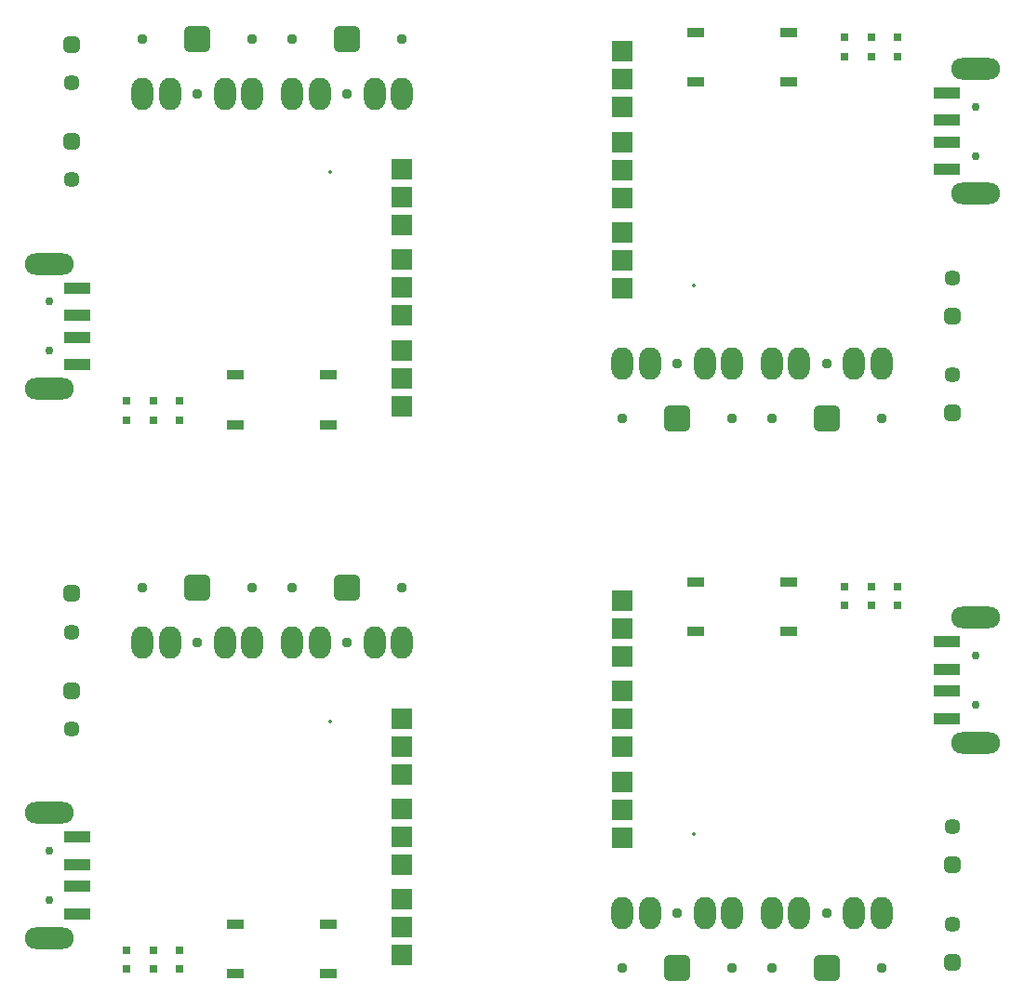
<source format=gts>
%FSLAX25Y25*%
%MOIN*%
G70*
G01*
G75*
G04 Layer_Color=8388736*
%ADD10R,0.03150X0.03150*%
%ADD11R,0.06299X0.03937*%
%ADD12R,0.09843X0.04331*%
%ADD13C,0.04000*%
%ADD14C,0.02000*%
%ADD15C,0.01575*%
G04:AMPARAMS|DCode=16|XSize=59.06mil|YSize=59.06mil|CornerRadius=14.76mil|HoleSize=0mil|Usage=FLASHONLY|Rotation=270.000|XOffset=0mil|YOffset=0mil|HoleType=Round|Shape=RoundedRectangle|*
%AMROUNDEDRECTD16*
21,1,0.05906,0.02953,0,0,270.0*
21,1,0.02953,0.05906,0,0,270.0*
1,1,0.02953,-0.01476,-0.01476*
1,1,0.02953,-0.01476,0.01476*
1,1,0.02953,0.01476,0.01476*
1,1,0.02953,0.01476,-0.01476*
%
%ADD16ROUNDEDRECTD16*%
%ADD17C,0.05906*%
%ADD18C,0.03937*%
G04:AMPARAMS|DCode=19|XSize=98.43mil|YSize=98.43mil|CornerRadius=24.61mil|HoleSize=0mil|Usage=FLASHONLY|Rotation=270.000|XOffset=0mil|YOffset=0mil|HoleType=Round|Shape=RoundedRectangle|*
%AMROUNDEDRECTD19*
21,1,0.09843,0.04921,0,0,270.0*
21,1,0.04921,0.09843,0,0,270.0*
1,1,0.04921,-0.02461,-0.02461*
1,1,0.04921,-0.02461,0.02461*
1,1,0.04921,0.02461,0.02461*
1,1,0.04921,0.02461,-0.02461*
%
%ADD19ROUNDEDRECTD19*%
%ADD20O,0.08000X0.11811*%
%ADD21R,0.07500X0.07500*%
%ADD22O,0.17716X0.07874*%
%ADD23C,0.03150*%
%ADD24C,0.02400*%
%ADD25C,0.01201*%
%ADD26O,0.02165X0.05118*%
G04:AMPARAMS|DCode=27|XSize=31.5mil|YSize=51.18mil|CornerRadius=7.87mil|HoleSize=0mil|Usage=FLASHONLY|Rotation=270.000|XOffset=0mil|YOffset=0mil|HoleType=Round|Shape=RoundedRectangle|*
%AMROUNDEDRECTD27*
21,1,0.03150,0.03543,0,0,270.0*
21,1,0.01575,0.05118,0,0,270.0*
1,1,0.01575,-0.01772,-0.00787*
1,1,0.01575,-0.01772,0.00787*
1,1,0.01575,0.01772,0.00787*
1,1,0.01575,0.01772,-0.00787*
%
%ADD27ROUNDEDRECTD27*%
G04:AMPARAMS|DCode=28|XSize=31.5mil|YSize=51.18mil|CornerRadius=7.87mil|HoleSize=0mil|Usage=FLASHONLY|Rotation=180.000|XOffset=0mil|YOffset=0mil|HoleType=Round|Shape=RoundedRectangle|*
%AMROUNDEDRECTD28*
21,1,0.03150,0.03543,0,0,180.0*
21,1,0.01575,0.05118,0,0,180.0*
1,1,0.01575,-0.00787,0.01772*
1,1,0.01575,0.00787,0.01772*
1,1,0.01575,0.00787,-0.01772*
1,1,0.01575,-0.00787,-0.01772*
%
%ADD28ROUNDEDRECTD28*%
%ADD29O,0.05118X0.02165*%
%ADD30C,0.01201*%
%ADD31C,0.00394*%
%ADD32R,0.03543X0.03937*%
%ADD33R,0.03937X0.03543*%
G04:AMPARAMS|DCode=34|XSize=23.62mil|YSize=39.37mil|CornerRadius=2.95mil|HoleSize=0mil|Usage=FLASHONLY|Rotation=0.000|XOffset=0mil|YOffset=0mil|HoleType=Round|Shape=RoundedRectangle|*
%AMROUNDEDRECTD34*
21,1,0.02362,0.03347,0,0,0.0*
21,1,0.01772,0.03937,0,0,0.0*
1,1,0.00591,0.00886,-0.01673*
1,1,0.00591,-0.00886,-0.01673*
1,1,0.00591,-0.00886,0.01673*
1,1,0.00591,0.00886,0.01673*
%
%ADD34ROUNDEDRECTD34*%
%ADD35R,0.07874X0.09449*%
%ADD36C,0.02306*%
%ADD37C,0.01153*%
%ADD38C,0.01000*%
%ADD39C,0.00500*%
%ADD40C,0.00029*%
%ADD41C,0.00710*%
%ADD42C,0.00787*%
%ADD43C,0.00152*%
%ADD44C,0.00089*%
%ADD45R,0.02950X0.02950*%
%ADD46R,0.06099X0.03737*%
%ADD47R,0.09643X0.04131*%
%ADD48C,0.01375*%
G04:AMPARAMS|DCode=49|XSize=57.06mil|YSize=57.06mil|CornerRadius=13.76mil|HoleSize=0mil|Usage=FLASHONLY|Rotation=270.000|XOffset=0mil|YOffset=0mil|HoleType=Round|Shape=RoundedRectangle|*
%AMROUNDEDRECTD49*
21,1,0.05706,0.02953,0,0,270.0*
21,1,0.02953,0.05706,0,0,270.0*
1,1,0.02753,-0.01476,-0.01476*
1,1,0.02753,-0.01476,0.01476*
1,1,0.02753,0.01476,0.01476*
1,1,0.02753,0.01476,-0.01476*
%
%ADD49ROUNDEDRECTD49*%
%ADD50C,0.05706*%
%ADD51C,0.03737*%
G04:AMPARAMS|DCode=52|XSize=96.43mil|YSize=96.43mil|CornerRadius=23.61mil|HoleSize=0mil|Usage=FLASHONLY|Rotation=270.000|XOffset=0mil|YOffset=0mil|HoleType=Round|Shape=RoundedRectangle|*
%AMROUNDEDRECTD52*
21,1,0.09643,0.04921,0,0,270.0*
21,1,0.04921,0.09643,0,0,270.0*
1,1,0.04721,-0.02461,-0.02461*
1,1,0.04721,-0.02461,0.02461*
1,1,0.04721,0.02461,0.02461*
1,1,0.04721,0.02461,-0.02461*
%
%ADD52ROUNDEDRECTD52*%
%ADD53O,0.07800X0.11611*%
%ADD54R,0.07300X0.07300*%
%ADD55O,0.17516X0.07674*%
%ADD56C,0.02950*%
D45*
X325516Y160239D02*
D03*
Y166931D02*
D03*
X316016Y160239D02*
D03*
Y166931D02*
D03*
X335016Y160239D02*
D03*
Y166931D02*
D03*
X68185Y36612D02*
D03*
Y29919D02*
D03*
X77685Y36612D02*
D03*
Y29919D02*
D03*
X58685Y36612D02*
D03*
Y29919D02*
D03*
X325516Y357089D02*
D03*
Y363782D02*
D03*
X316016Y357089D02*
D03*
Y363782D02*
D03*
X335016Y357089D02*
D03*
Y363782D02*
D03*
X68185Y233462D02*
D03*
Y226769D02*
D03*
X77685Y233462D02*
D03*
Y226769D02*
D03*
X58685Y233462D02*
D03*
Y226769D02*
D03*
D46*
X296148Y150927D02*
D03*
X262684Y150927D02*
D03*
X296148Y168643D02*
D03*
X262684D02*
D03*
X97553Y45924D02*
D03*
X131017Y45924D02*
D03*
X97553Y28207D02*
D03*
X131017D02*
D03*
X296148Y347777D02*
D03*
X262684Y347777D02*
D03*
X296148Y365494D02*
D03*
X262684D02*
D03*
X97553Y242774D02*
D03*
X131017Y242774D02*
D03*
X97553Y225058D02*
D03*
X131017D02*
D03*
D47*
X352650Y119606D02*
D03*
Y137322D02*
D03*
Y129448D02*
D03*
Y147165D02*
D03*
X41051Y77245D02*
D03*
Y59528D02*
D03*
Y67402D02*
D03*
Y49686D02*
D03*
X352650Y316456D02*
D03*
Y334172D02*
D03*
Y326298D02*
D03*
Y344015D02*
D03*
X41051Y274095D02*
D03*
Y256379D02*
D03*
Y264253D02*
D03*
Y246536D02*
D03*
D48*
X262100Y78185D02*
D03*
X131601Y118665D02*
D03*
X262100Y275035D02*
D03*
X131601Y315516D02*
D03*
D49*
X354716Y67106D02*
D03*
Y32305D02*
D03*
X38985Y129745D02*
D03*
Y164545D02*
D03*
X354716Y263956D02*
D03*
Y229156D02*
D03*
X38985Y326595D02*
D03*
Y361395D02*
D03*
D50*
X354716Y80885D02*
D03*
Y46085D02*
D03*
X38985Y115965D02*
D03*
Y150765D02*
D03*
X354716Y277735D02*
D03*
Y242935D02*
D03*
X38985Y312816D02*
D03*
Y347616D02*
D03*
D51*
X329301Y30285D02*
D03*
X289931D02*
D03*
X309616Y49970D02*
D03*
X275701Y30285D02*
D03*
X236331D02*
D03*
X256016Y49970D02*
D03*
X64400Y166565D02*
D03*
X103770D02*
D03*
X84085Y146880D02*
D03*
X118000Y166565D02*
D03*
X157370D02*
D03*
X137685Y146880D02*
D03*
X329301Y227135D02*
D03*
X289931D02*
D03*
X309616Y246820D02*
D03*
X275701Y227135D02*
D03*
X236331D02*
D03*
X256016Y246820D02*
D03*
X64400Y363416D02*
D03*
X103770D02*
D03*
X84085Y343731D02*
D03*
X118000Y363416D02*
D03*
X157370D02*
D03*
X137685Y343731D02*
D03*
D52*
X309616Y30285D02*
D03*
X256016D02*
D03*
X84085Y166565D02*
D03*
X137685D02*
D03*
X309616Y227135D02*
D03*
X256016D02*
D03*
X84085Y363416D02*
D03*
X137685D02*
D03*
D53*
X319458Y49970D02*
D03*
X289931D02*
D03*
X329301D02*
D03*
X299773D02*
D03*
X265858D02*
D03*
X236331D02*
D03*
X275701D02*
D03*
X246173D02*
D03*
X74243Y146880D02*
D03*
X103770D02*
D03*
X64400D02*
D03*
X93928D02*
D03*
X127842D02*
D03*
X157370D02*
D03*
X118000D02*
D03*
X147528D02*
D03*
X319458Y246820D02*
D03*
X289931D02*
D03*
X329301D02*
D03*
X299773D02*
D03*
X265858D02*
D03*
X236331D02*
D03*
X275701D02*
D03*
X246173D02*
D03*
X74243Y343731D02*
D03*
X103770D02*
D03*
X64400D02*
D03*
X93928D02*
D03*
X127842D02*
D03*
X157370D02*
D03*
X118000D02*
D03*
X147528D02*
D03*
D54*
X236416Y97085D02*
D03*
Y77085D02*
D03*
Y87085D02*
D03*
Y129485D02*
D03*
Y109485D02*
D03*
Y119485D02*
D03*
Y161985D02*
D03*
Y141985D02*
D03*
Y151985D02*
D03*
X157285Y99765D02*
D03*
Y119765D02*
D03*
Y109765D02*
D03*
Y67365D02*
D03*
Y87365D02*
D03*
Y77365D02*
D03*
Y34865D02*
D03*
Y54865D02*
D03*
Y44865D02*
D03*
X236416Y293935D02*
D03*
Y273935D02*
D03*
Y283935D02*
D03*
Y326335D02*
D03*
Y306335D02*
D03*
Y316335D02*
D03*
Y358835D02*
D03*
Y338835D02*
D03*
Y348835D02*
D03*
X157285Y296616D02*
D03*
Y316616D02*
D03*
Y306616D02*
D03*
Y264216D02*
D03*
Y284216D02*
D03*
Y274216D02*
D03*
Y231716D02*
D03*
Y251716D02*
D03*
Y241716D02*
D03*
D55*
X362886Y110944D02*
D03*
Y155826D02*
D03*
X30815Y85906D02*
D03*
Y41024D02*
D03*
X362886Y307794D02*
D03*
Y352676D02*
D03*
X30815Y282757D02*
D03*
Y237875D02*
D03*
D56*
X362886Y124527D02*
D03*
Y142243D02*
D03*
X30815Y72324D02*
D03*
Y54607D02*
D03*
X362886Y321377D02*
D03*
Y339094D02*
D03*
X30815Y269174D02*
D03*
Y251458D02*
D03*
M02*

</source>
